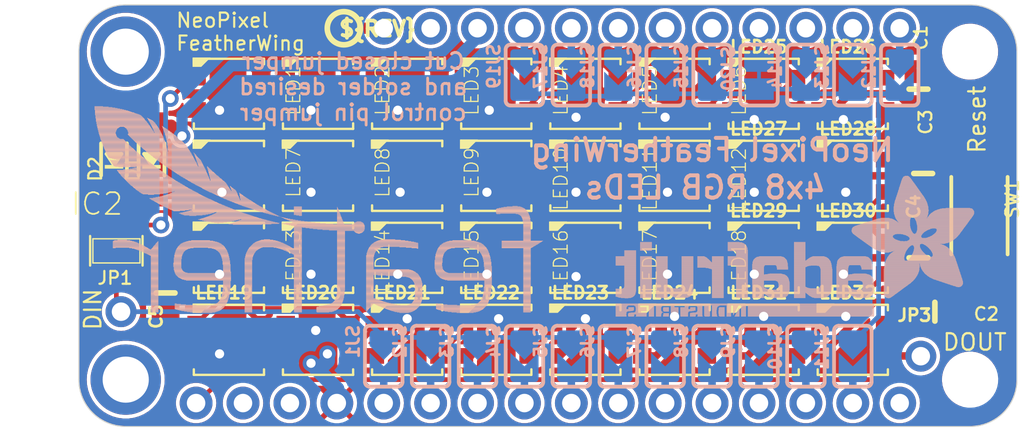
<source format=kicad_pcb>
(kicad_pcb (version 20221018) (generator pcbnew)
  (layers (0 "F.Cu" signal) (31 "B.Cu" signal) (34 "B.Paste" user) (35 "F.Paste" user) (36 "B.SilkS" user "B.Silkscreen") (37 "F.SilkS" user "F.Silkscreen") (38 "B.Mask" user) (39 "F.Mask" user) (44 "Edge.Cuts" user))
  (net 0 "")
  (net 1 "N$4")
  (net 2 "N$6")
  (net 3 "N$7")
  (net 4 "N$8")
  (net 5 "N$9")
  (net 6 "N$10")
  (net 7 "N$11")
  (net 8 "N$12")
  (net 9 "N$13")
  (net 10 "N$14")
  (net 11 "N$15")
  (net 12 "N$18")
  (net 13 "VBAT")
  (net 14 "USB")
  (net 15 "N$3")
  (net 16 "N$5")
  (net 17 "N$19")
  (net 18 "N$20")
  (net 19 "N$21")
  (net 20 "N$23")
  (net 21 "N$24")
  (net 22 "N$25")
  (net 23 "VDD")
  (net 24 "GND")
  (net 25 "N$26")
  (net 26 "N$27")
  (net 27 "N$28")
  (net 28 "N$29")
  (net 29 "N$30")
  (net 30 "N$31")
  (net 31 "N$32")
  (net 32 "N$33")
  (net 33 "N$34")
  (net 34 "N$35")
  (net 35 "N$36")
  (net 36 "N$37")
  (net 37 "N$38")
  (net 38 "N$39")
  (net 39 "N$40")
  (net 40 "N$42")
  (net 41 "D6")
  (net 42 "DIN")
  (net 43 "N$22")
  (net 44 "N$1")
  (net 45 "N$2")
  (net 46 "N$17")
  (net 47 "N$43")
  (net 48 "N$44")
  (net 49 "N$45")
  (net 50 "N$16")
  (net 51 "N$47")
  (net 52 "N$41")
  (net 53 "N$48")
  (net 54 "N$49")
  (net 55 "N$50")
  (net 56 "N$46")
  (net 57 "N$51")
  (net 58 "N$52")
  (net 59 "N$53")
  (footprint "working:LED3535" (layer "F.Cu") (at 155.3591 98.3996)
    (fp_text reference "LED6")
    (fp_text value "WS2812B3535" hide)
  )
  (footprint "working:LED3535" (layer "F.Cu") (at 131.2291 111.7346)
    (fp_text reference "LED19")
    (fp_text value "WS2812B3535")
  )
  (footprint "working:0805-NO" (layer "F.Cu") (at 168.8211 102.7176 90)
    (fp_text reference "C3")
    (fp_text value "10uF")
  )
  (footprint "working:1X01_ROUND" (layer "F.Cu") (at 168.6941 112.6236)
    (fp_text reference "JP3")
    (fp_text value "")
  )
  (footprint "working:LED3535" (layer "F.Cu") (at 165.0111 111.7346)
    (fp_text reference "LED32")
    (fp_text value "WS2812B3535")
  )
  (footprint "working:FIDUCIAL_1MM" (layer "F.Cu") (at 127.9271 111.9886)
    (fp_text reference "FID3" hide)
    (fp_text value "FIDUCIAL\"\"" hide)
  )
  (footprint "working:0805-NO" (layer "F.Cu") (at 169.4561 110.2106)
    (fp_text reference "C2")
    (fp_text value "10uF")
  )
  (footprint "working:LED3535" (layer "F.Cu") (at 165.0111 98.3996)
    (fp_text reference "LED26")
    (fp_text value "WS2812B3535")
  )
  (footprint "working:LED3535" (layer "F.Cu") (at 150.5331 111.7346)
    (fp_text reference "LED23")
    (fp_text value "WS2812B3535")
  )
  (footprint "working:LED3535" (layer "F.Cu") (at 136.0551 102.8446)
    (fp_text reference "LED8")
    (fp_text value "WS2812B3535" hide)
  )
  (footprint "working:LED3535" (layer "F.Cu") (at 140.8811 102.8446)
    (fp_text reference "LED9")
    (fp_text value "WS2812B3535" hide)
  )
  (footprint "working:LED3535" (layer "F.Cu") (at 155.3591 102.8446)
    (fp_text reference "LED12")
    (fp_text value "WS2812B3535" hide)
  )
  (footprint "working:LED3535" (layer "F.Cu") (at 150.5331 102.8446)
    (fp_text reference "LED11")
    (fp_text value "WS2812B3535" hide)
  )
  (footprint "working:LED3535" (layer "F.Cu") (at 165.0111 102.8446)
    (fp_text reference "LED28")
    (fp_text value "WS2812B3535")
  )
  (footprint "working:LED3535" (layer "F.Cu") (at 136.0551 98.3996)
    (fp_text reference "LED2")
    (fp_text value "WS2812B3535" hide)
  )
  (footprint "working:1X01_ROUND" (layer "F.Cu") (at 125.3871 110.2106)
    (fp_text reference "JP1")
    (fp_text value "")
  )
  (footprint "working:PCBFEAT-REV-040" (layer "F.Cu") (at 137.4521 94.8436)
    (fp_text reference "U$2" hide)
    (fp_text value "" hide)
  )
  (footprint "working:LED3535" (layer "F.Cu") (at 160.1851 111.7346)
    (fp_text reference "LED31")
    (fp_text value "WS2812B3535")
  )
  (footprint "working:0805-NO" (layer "F.Cu") (at 168.5671 98.1456 90)
    (fp_text reference "C1")
    (fp_text value "10uF")
  )
  (footprint "working:LED3535" (layer "F.Cu") (at 160.1851 98.3996)
    (fp_text reference "LED25")
    (fp_text value "WS2812B3535")
  )
  (footprint "working:LED3535" (layer "F.Cu") (at 155.3591 107.2896)
    (fp_text reference "LED18")
    (fp_text value "WS2812B3535" hide)
  )
  (footprint "working:LED3535" (layer "F.Cu") (at 140.8811 111.7346)
    (fp_text reference "LED21")
    (fp_text value "WS2812B3535")
  )
  (footprint "working:LED3535" (layer "F.Cu") (at 150.5331 98.3996)
    (fp_text reference "LED5")
    (fp_text value "WS2812B3535" hide)
  )
  (footprint "working:LED3535" (layer "F.Cu") (at 155.3591 111.7346)
    (fp_text reference "LED24")
    (fp_text value "WS2812B3535")
  )
  (footprint "working:LED3535" (layer "F.Cu") (at 136.0551 111.7346)
    (fp_text reference "LED20")
    (fp_text value "WS2812B3535")
  )
  (footprint "working:LED3535" (layer "F.Cu") (at 145.7071 107.2896)
    (fp_text reference "LED16")
    (fp_text value "WS2812B3535" hide)
  )
  (footprint "working:LED3535" (layer "F.Cu") (at 160.1851 107.2896)
    (fp_text reference "LED29")
    (fp_text value "WS2812B3535")
  )
  (footprint "working:SOD-123" (layer "F.Cu") (at 127.0381 101.9556 90)
    (fp_text reference "D1")
    (fp_text value "MBR120")
  )
  (footprint "working:SOT23-5" (layer "F.Cu") (at 125.1331 106.9086)
    (fp_text reference "IC2")
    (fp_text value "74AHCT1G125DBV")
  )
  (footprint "working:SOD-123" (layer "F.Cu") (at 125.0061 101.9556 90)
    (fp_text reference "D2")
    (fp_text value "MBR120")
  )
  (footprint "working:LED3535" (layer "F.Cu") (at 131.2291 98.3996)
    (fp_text reference "LED1")
    (fp_text value "WS2812B3535" hide)
  )
  (footprint "working:0805-NO" (layer "F.Cu") (at 168.5671 107.2896 90)
    (fp_text reference "C4")
    (fp_text value "10uF")
  )
  (footprint "working:LED3535" (layer "F.Cu") (at 145.7071 98.3996)
    (fp_text reference "LED4")
    (fp_text value "WS2812B3535" hide)
  )
  (footprint "working:LED3535" (layer "F.Cu") (at 136.0551 107.2896)
    (fp_text reference "LED14")
    (fp_text value "WS2812B3535" hide)
  )
  (footprint "working:LED3535" (layer "F.Cu") (at 160.1851 102.8446)
    (fp_text reference "LED27")
    (fp_text value "WS2812B3535")
  )
  (footprint "working:LED3535" (layer "F.Cu") (at 131.2291 107.2896)
    (fp_text reference "LED13")
    (fp_text value "WS2812B3535" hide)
  )
  (footprint "working:LED3535" (layer "F.Cu") (at 145.7071 102.8446)
    (fp_text reference "LED10")
    (fp_text value "WS2812B3535" hide)
  )
  (footprint "working:0805-NO" (layer "F.Cu") (at 127.8001 109.1946 -90)
    (fp_text reference "C5")
    (fp_text value "10uF")
  )
  (footprint "working:LED3535" (layer "F.Cu") (at 140.8811 107.2896)
    (fp_text reference "LED15")
    (fp_text value "WS2812B3535" hide)
  )
  (footprint "working:LED3535" (layer "F.Cu") (at 150.5331 107.2896)
    (fp_text reference "LED17")
    (fp_text value "WS2812B3535" hide)
  )
  (footprint "working:FIDUCIAL_1MM" (layer "F.Cu") (at 169.4561 94.5896)
    (fp_text reference "FID1" hide)
    (fp_text value "FIDUCIAL\"\"" hide)
  )
  (footprint "working:LED3535" (layer "F.Cu") (at 165.0111 107.2896)
    (fp_text reference "LED30")
    (fp_text value "WS2812B3535")
  )
  (footprint "working:BTN_KMR2_4.6X2.8" (layer "F.Cu") (at 171.8691 105.0036 -90)
    (fp_text reference "SW1")
    (fp_text value "KMR2")
  )
  (footprint "working:LED3535" (layer "F.Cu") (at 140.8811 98.3996)
    (fp_text reference "LED3")
    (fp_text value "WS2812B3535" hide)
  )
  (footprint "working:LED3535" (layer "F.Cu") (at 145.7071 111.7346)
    (fp_text reference "LED22")
    (fp_text value "WS2812B3535")
  )
  (footprint "working:FEATHERWING" (layer "F.Cu") (at 123.1011 116.4336)
    (fp_text reference "MS1" hide)
    (fp_text value "FEATHERWING" hide)
    (fp_line (start 0 -20.32) (end 0 -2.54) (stroke (width 0.05)) (layer "Edge.Cuts"))
    (fp_line (start 2.54 0) (end 48.26 0) (stroke (width 0.05)) (layer "Edge.Cuts"))
    (fp_line (start 48.26 -22.86) (end 2.54 -22.86) (stroke (width 0.05)) (layer "Edge.Cuts"))
    (fp_line (start 50.8 -2.54) (end 50.8 -20.32) (stroke (width 0.05)) (layer "Edge.Cuts"))
    (fp_arc (start 0 -20.32) (mid 0.743949 -22.116051) (end 2.54 -22.86) (stroke (width 0.05)) (layer "Edge.Cuts"))
    (fp_arc (start 2.54 0) (mid 0.743949 -0.743949) (end 0 -2.54) (stroke (width 0.05)) (layer "Edge.Cuts"))
    (fp_arc (start 48.26 -22.86) (mid 50.056051 -22.116051) (end 50.8 -20.32) (stroke (width 0.05)) (layer "Edge.Cuts"))
    (fp_arc (start 50.8 -2.54) (mid 50.056051 -0.743949) (end 48.26 0) (stroke (width 0.05)) (layer "Edge.Cuts"))
  )
  (footprint "working:LED3535" (layer "F.Cu") (at 131.2291 102.8446)
    (fp_text reference "LED7")
    (fp_text value "WS2812B3535" hide)
  )
  (footprint "working:SOLDERJUMPER_ARROW_NOPASTE" (layer "B.Cu") (at 162.4711 112.6236 -90)
    (fp_text reference "SJ10")
    (fp_text value "")
  )
  (footprint "working:SOLDERJUMPER_ARROW_NOPASTE" (layer "B.Cu") (at 154.8511 112.6236 -90)
    (fp_text reference "SJ7")
    (fp_text value "")
  )
  (footprint "working:SOLDERJUMPER_ARROW_NOPASTE" (layer "B.Cu") (at 142.1511 112.6236 -90)
    (fp_text reference "SJ2")
    (fp_text value "")
  )
  (footprint "working:SOLDERJUMPER_ARROW_NOPASTE" (layer "B.Cu") (at 152.3111 97.3836 -90)
    (fp_text reference "SJ18")
    (fp_text value "")
  )
  (footprint "working:SOLDERJUMPER_ARROW_NOPASTE" (layer "B.Cu") (at 165.0111 112.6236 -90)
    (fp_text reference "SJ11")
    (fp_text value "")
  )
  (footprint "working:SOLDERJUMPER_ARROW_NOPASTE" (layer "B.Cu") (at 147.2311 97.3836 -90)
    (fp_text reference "SJ19")
    (fp_text value "")
  )
  (footprint "working:SOLDERJUMPER_ARROW_NOPASTE" (layer "B.Cu") (at 159.9311 112.6236 -90)
    (fp_text reference "SJ9")
    (fp_text value "")
  )
  (footprint "working:SOLDERJUMPER_ARROW_NOPASTE" (layer "B.Cu") (at 139.6111 112.6236 -90)
    (fp_text reference "SJ1")
    (fp_text value "")
  )
  (footprint "working:SOLDERJUMPER_ARROW_NOPASTE" (layer "B.Cu") (at 149.7711 112.6236 -90)
    (fp_text reference "SJ5")
    (fp_text value "")
  )
  (footprint "working:ADAFRUIT_TEXT_20MM" (layer "B.Cu") (at 171.7421 110.4646 180)
    (fp_text reference "U$4" hide)
    (fp_text value "" hide)
  )
  (footprint "working:SOLDERJUMPER_ARROW_NOPASTE" (layer "B.Cu") (at 154.8511 97.3836 -90)
    (fp_text reference "SJ16")
    (fp_text value "")
  )
  (footprint "working:SOLDERJUMPER_ARROW_NOPASTE" (layer "B.Cu") (at 167.5511 97.3836 -90)
    (fp_text reference "SJ12")
    (fp_text value "")
  )
  (footprint "working:SOLDERJUMPER_ARROW_NOPASTE" (layer "B.Cu") (at 144.6911 112.6236 -90)
    (fp_text reference "SJ3")
    (fp_text value "")
  )
  (footprint "working:FEATHERLOGO" (layer "B.Cu") (at 148.2471 110.3376 180)
    (fp_text reference "U$3" hide)
    (fp_text value "" hide)
  )
  (footprint "working:SOLDERJUMPER_ARROW_NOPASTE" (layer "B.Cu") (at 149.7711 97.3836 -90)
    (fp_text reference "SJ17")
    (fp_text value "")
  )
  (footprint "working:SOLDERJUMPER_ARROW_NOPASTE" (layer "B.Cu") (at 157.3911 112.6236 -90)
    (fp_text reference "SJ8")
    (fp_text value "")
  )
  (footprint "working:SOLDERJUMPER_CLOSEDWIRE" (layer "B.Cu") (at 159.9311 97.3836 -90)
    (fp_text reference "SJ20")
    (fp_text value "")
  )
  (footprint "working:SOLDERJUMPER_ARROW_NOPASTE" (layer "B.Cu") (at 162.4711 97.3836 -90)
    (fp_text reference "SJ14")
    (fp_text value "")
  )
  (footprint "working:SOLDERJUMPER_ARROW_NOPASTE" (layer "B.Cu") (at 147.2311 112.6236 -90)
    (fp_text reference "SJ4")
    (fp_text value "")
  )
  (footprint "working:SOLDERJUMPER_ARROW_NOPASTE" (layer "B.Cu") (at 157.3911 97.3836 -90)
    (fp_text reference "SJ15")
    (fp_text value "")
  )
  (footprint "working:SOLDERJUMPER_ARROW_NOPASTE" (layer "B.Cu") (at 152.3111 112.6236 -90)
    (fp_text reference "SJ6")
    (fp_text value "")
  )
  (footprint "working:SOLDERJUMPER_ARROW_NOPASTE" (layer "B.Cu") (at 165.0111 97.3836 -90)
    (fp_text reference "SJ13")
    (fp_text value "")
  )
  (gr_arc (start 173.9011 113.8936) (mid 173.157151 115.689651) (end 171.3611 116.4336) (stroke (width 0.05)) (layer "Edge.Cuts"))
  (gr_arc (start 125.6411 116.4336) (mid 123.845049 115.689651) (end 123.1011 113.8936) (stroke (width 0.05)) (layer "Edge.Cuts"))
  (gr_line (start 171.3611 116.4336) (end 125.6411 116.4336) (stroke (width 0.05)) (layer "Edge.Cuts"))
  (gr_line (start 125.6411 93.5736) (end 171.3611 93.5736) (stroke (width 0.05)) (layer "Edge.Cuts"))
  (gr_line (start 123.1011 113.8936) (end 123.1011 96.1136) (stroke (width 0.05)) (layer "Edge.Cuts"))
  (gr_arc (start 123.1011 96.1136) (mid 123.845049 94.317549) (end 125.6411 93.5736) (stroke (width 0.05)) (layer "Edge.Cuts"))
  (gr_arc (start 171.3611 93.5736) (mid 173.157151 94.317549) (end 173.9011 96.1136) (stroke (width 0.05)) (layer "Edge.Cuts"))
  (gr_line (start 173.9011 96.1136) (end 173.9011 113.8936) (stroke (width 0.05)) (layer "Edge.Cuts"))
  (gr_text "Cut closed jumper\nand solder desired\ncontrol pin jumper" (at 137.9601 98.0186) (layer "B.SilkS") (effects (font (size 0.8636 0.8636) (thickness 0.1524)) (justify mirror)))
  (gr_text "4x8 RGB LEDs" (at 157.0101 103.4796) (layer "B.SilkS") (effects (font (size 1.20904 1.20904) (thickness 0.21336)) (justify mirror)))
  (gr_text "NeoPixel FeatherWing" (at 157.3911 101.4476) (layer "B.SilkS") (effects (font (size 1.20904 1.20904) (thickness 0.21336)) (justify mirror)))
  (gr_text "NeoPixel\nFeatherWing" (at 128.3081 96.1136) (layer "F.SilkS") (effects (font (size 0.77343 0.77343) (thickness 0.11557)) (justify left bottom)))
  (gr_text "Reset" (at 171.7421 99.7966 90) (layer "F.SilkS") (effects (font (size 0.89408 0.89408) (thickness 0.12192))))
  (gr_text "DOUT" (at 171.6151 111.8616) (layer "F.SilkS") (effects (font (size 0.89408 0.89408) (thickness 0.12192))))
  (gr_text "DIN" (at 123.8631 110.0836 90) (layer "F.SilkS") (effects (font (size 0.89408 0.89408) (thickness 0.12192))))
  (segment (start 165.0111 115.1636) (end 165.0111 113.6396) (width 0.4064) (layer "B.Cu") (net 1))
  (segment (start 162.4711 115.1636) (end 162.4711 113.6396) (width 0.4064) (layer "B.Cu") (net 2))
  (segment (start 159.9311 115.1636) (end 159.9311 113.6396) (width 0.4064) (layer "B.Cu") (net 3))
  (segment (start 157.3911 115.1636) (end 157.3911 113.6396) (width 0.4064) (layer "B.Cu") (net 4))
  (segment (start 154.8511 115.1636) (end 154.8511 113.6396) (width 0.4064) (layer "B.Cu") (net 5))
  (segment (start 152.3111 115.1636) (end 152.3111 113.6396) (width 0.4064) (layer "B.Cu") (net 6))
  (segment (start 149.7711 115.1636) (end 149.7711 113.6396) (width 0.4064) (layer "B.Cu") (net 7))
  (segment (start 147.2311 115.1636) (end 147.2311 113.6396) (width 0.4064) (layer "B.Cu") (net 8))
  (segment (start 144.6911 115.1636) (end 144.6911 113.6396) (width 0.4064) (layer "B.Cu") (net 9))
  (segment (start 142.1511 115.1636) (end 142.1511 113.6396) (width 0.4064) (layer "B.Cu") (net 10))
  (segment (start 139.6111 115.1636) (end 139.6111 113.6396) (width 0.4064) (layer "B.Cu") (net 11))
  (segment (start 173.1391 114.5286) (end 173.1391 109.4486) (width 0.254) (layer "F.Cu") (net 12))
  (segment (start 170.4721 106.4006) (end 171.0691 107.0536) (width 0.254) (layer "F.Cu") (net 12))
  (segment (start 170.4721 103.5506) (end 170.4721 106.4006) (width 0.254) (layer "F.Cu") (net 12))
  (segment (start 129.4511 115.1636) (end 130.8481 113.8936) (width 0.254) (layer "F.Cu") (net 12))
  (segment (start 170.3451 115.7986) (end 171.8691 115.7986) (width 0.254) (layer "F.Cu") (net 12))
  (segment (start 168.4401 113.8936) (end 170.3451 115.7986) (width 0.254) (layer "F.Cu") (net 12))
  (segment (start 171.0691 107.3786) (end 171.0691 107.0536) (width 0.254) (layer "F.Cu") (net 12))
  (segment (start 171.8691 115.7986) (end 173.1391 114.5286) (width 0.254) (layer "F.Cu") (net 12))
  (segment (start 173.1391 109.4486) (end 171.0691 107.3786) (width 0.254) (layer "F.Cu") (net 12))
  (segment (start 130.8481 113.8936) (end 168.4401 113.8936) (width 0.254) (layer "F.Cu") (net 12))
  (segment (start 171.0691 102.9536) (end 170.4721 103.5506) (width 0.254) (layer "F.Cu") (net 12))
  (segment (start 128.1811 97.1296) (end 126.6571 98.6536) (width 0.6096) (layer "F.Cu") (net 13))
  (segment (start 126.6571 98.6536) (end 125.1331 98.6536) (width 0.6096) (layer "F.Cu") (net 13))
  (segment (start 125.1331 98.6536) (end 125.0061 98.7806) (width 0.6096) (layer "F.Cu") (net 13))
  (segment (start 125.0061 98.7806) (end 125.0061 100.1056) (width 0.6096) (layer "F.Cu") (net 13))
  (segment (start 129.3241 94.8436) (end 128.1811 95.9866) (width 0.6096) (layer "F.Cu") (net 13))
  (segment (start 128.1811 95.9866) (end 128.1811 97.1296) (width 0.6096) (layer "F.Cu") (net 13))
  (segment (start 139.6111 94.8436) (end 129.3241 94.8436) (width 0.6096) (layer "F.Cu") (net 13))
  (segment (start 128.1091 100.1056) (end 127.0381 100.1056) (width 0.6096) (layer "F.Cu") (net 14))
  (segment (start 128.6891 100.6856) (end 128.1091 100.1056) (width 0.6096) (layer "F.Cu") (net 14))
  (via (at 128.6891 100.6856) (size 0.9064) (drill 0.5) (layers "F.Cu" "B.Cu") (net 14))
  (segment (start 128.6891 99.5426) (end 128.6891 100.6856) (width 0.6096) (layer "B.Cu") (net 14))
  (segment (start 131.3561 96.8756) (end 128.6891 99.5426) (width 0.6096) (layer "B.Cu") (net 14))
  (segment (start 144.6911 95.3516) (end 143.1671 96.8756) (width 0.6096) (layer "B.Cu") (net 14))
  (segment (start 144.6911 94.8436) (end 144.6911 95.3516) (width 0.6096) (layer "B.Cu") (net 14))
  (segment (start 143.1671 96.8756) (end 131.3561 96.8756) (width 0.6096) (layer "B.Cu") (net 14))
  (segment (start 147.2311 94.8436) (end 147.2311 96.3676) (width 0.4064) (layer "B.Cu") (net 15))
  (segment (start 149.7711 94.8436) (end 149.7711 96.3676) (width 0.4064) (layer "B.Cu") (net 16))
  (segment (start 152.3111 94.8436) (end 152.3111 96.3676) (width 0.4064) (layer "B.Cu") (net 17))
  (segment (start 154.8511 94.8436) (end 154.8511 96.3676) (width 0.4064) (layer "B.Cu") (net 18))
  (segment (start 157.3911 94.8436) (end 157.3911 96.3676) (width 0.4064) (layer "B.Cu") (net 19))
  (segment (start 162.4711 94.8436) (end 162.4711 96.3676) (width 0.4064) (layer "B.Cu") (net 20))
  (segment (start 165.0111 94.8436) (end 165.0111 96.3676) (width 0.4064) (layer "B.Cu") (net 21))
  (segment (start 167.5511 94.8436) (end 167.5511 96.3676) (width 0.4064) (layer "B.Cu") (net 22))
  (segment (start 139.1451 99.2886) (end 140.3731 99.2886) (width 0.4064) (layer "F.Cu") (net 23))
  (segment (start 165.5191 102.8446) (end 164.6301 103.7336) (width 0.4064) (layer "F.Cu") (net 23))
  (segment (start 124.1831 105.6086) (end 124.1831 104.6946) (width 0.6096) (layer "F.Cu") (net 23))
  (segment (start 165.3921 107.2896) (end 164.5031 108.1786) (width 0.4064) (layer "F.Cu") (net 23))
  (segment (start 129.5921 112.4966) (end 130.7211 112.4966) (width 0.4064) (layer "F.Cu") (net 23))
  (segment (start 149.1501 112.6096) (end 150.5331 111.2266) (width 0.4064) (layer "F.Cu") (net 23))
  (segment (start 145.8341 111.0996) (end 145.8341 110.5916) (width 0.4064) (layer "F.Cu") (net 23))
  (segment (start 144.3241 112.6096) (end 145.8341 111.0996) (width 0.4064) (layer "F.Cu") (net 23))
  (segment (start 153.6091 103.7196) (end 153.6231 103.7336) (width 0.4064) (layer "F.Cu") (net 23))
  (segment (start 164.7571 111.1136) (end 163.2611 112.6096) (width 0.4064) (layer "F.Cu") (net 23))
  (segment (start 129.4931 103.7336) (end 130.8481 103.7336) (width 0.4064) (layer "F.Cu") (net 23))
  (segment (start 134.7001 99.2886) (end 135.6741 99.2886) (width 0.4064) (layer "F.Cu") (net 23))
  (segment (start 134.3051 99.2746) (end 134.7001 99.2886) (width 0.4064) (layer "F.Cu") (net 23))
  (segment (start 139.4981 112.6096) (end 140.8811 111.2266) (width 0.4064) (layer "F.Cu") (net 23))
  (segment (start 148.7831 112.6096) (end 149.1501 112.6096) (width 0.4064) (layer "F.Cu") (net 23))
  (segment (start 163.2611 99.2746) (end 163.9811 99.2746) (width 0.4064) (layer "F.Cu") (net 23))
  (segment (start 153.6231 108.1786) (end 154.9781 108.1786) (width 0.4064) (layer "F.Cu") (net 23))
  (segment (start 139.1451 108.1786) (end 140.3731 108.1786) (width 0.4064) (layer "F.Cu") (net 23))
  (segment (start 167.5511 109.7026) (end 166.1541 109.7026) (width 0.4064) (layer "F.Cu") (net 23))
  (segment (start 158.4351 108.1646) (end 158.4491 108.1786) (width 0.4064) (layer "F.Cu") (net 23))
  (segment (start 143.9711 99.2886) (end 145.3261 99.2886) (width 0.4064) (layer "F.Cu") (net 23))
  (segment (start 154.4561 99.2746) (end 154.8511 99.6696) (width 0.4064) (layer "F.Cu") (net 23))
  (segment (start 168.5671 108.2396) (end 168.3741 108.2396) (width 0.4064) (layer "F.Cu") (net 23))
  (segment (start 163.2751 108.1786) (end 164.5031 108.1786) (width 0.4064) (layer "F.Cu") (net 23))
  (segment (start 165.2651 110.5916) (end 165.1381 110.4646) (width 0.4064) (layer "F.Cu") (net 23))
  (segment (start 139.1311 99.2746) (end 139.1451 99.2886) (width 0.4064) (layer "F.Cu") (net 23))
  (segment (start 158.4351 112.6096) (end 159.3101 112.6096) (width 0.4064) (layer "F.Cu") (net 23))
  (segment (start 165.1381 110.4646) (end 164.6301 110.4646) (width 0.4064) (layer "F.Cu") (net 23))
  (segment (start 158.4351 99.2746) (end 159.1551 99.2746) (width 0.4064) (layer "F.Cu") (net 23))
  (segment (start 168.0591 110.2106) (end 167.5511 109.7026) (width 0.4064) (layer "F.Cu") (net 23))
  (segment (start 143.9711 103.7336) (end 145.1991 103.7336) (width 0.4064) (layer "F.Cu") (net 23))
  (segment (start 129.4791 103.7196) (end 129.4931 103.7336) (width 0.4064) (layer "F.Cu") (net 23))
  (segment (start 139.1451 103.7336) (end 140.5001 103.7336) (width 0.4064) (layer "F.Cu") (net 23))
  (segment (start 158.4491 108.1786) (end 159.6771 108.1786) (width 0.4064) (layer "F.Cu") (net 23))
  (segment (start 143.9571 108.1646) (end 143.9711 108.1786) (width 0.4064) (layer "F.Cu") (net 23))
  (segment (start 143.9711 108.1786) (end 145.1991 108.1786) (width 0.4064) (layer "F.Cu") (net 23))
  (segment (start 168.3741 108.2396) (end 167.4241 107.2896) (width 0.4064) (layer "F.Cu") (net 23))
  (segment (start 124.1831 104.6946) (end 125.0061 103.8056) (width 0.6096) (layer "F.Cu") (net 23))
  (segment (start 166.1541 109.7026) (end 165.2651 110.5916) (width 0.4064) (layer "F.Cu") (net 23))
  (segment (start 164.7571 111.0996) (end 164.7571 111.1136) (width 0.4064) (layer "F.Cu") (net 23))
  (segment (start 143.9571 103.7196) (end 143.9711 103.7336) (width 0.4064) (layer "F.Cu") (net 23))
  (segment (start 167.4241 102.8446) (end 165.5191 102.8446) (width 0.4064) (layer "F.Cu") (net 23))
  (segment (start 129.4791 99.2746) (end 129.4931 99.2886) (width 0.4064) (layer "F.Cu") (net 23))
  (segment (start 129.4931 99.2886) (end 130.7211 99.2886) (width 0.4064) (layer "F.Cu") (net 23))
  (segment (start 148.7831 103.7196) (end 148.7971 103.7336) (width 0.4064) (layer "F.Cu") (net 23))
  (segment (start 153.6091 108.1646) (end 153.6231 108.1786) (width 0.4064) (layer "F.Cu") (net 23))
  (segment (start 153.6091 99.2746) (end 154.4561 99.2746) (width 0.4064) (layer "F.Cu") (net 23))
  (segment (start 139.1311 112.6096) (end 139.4981 112.6096) (width 0.4064) (layer "F.Cu") (net 23))
  (segment (start 153.6231 103.7336) (end 154.9781 103.7336) (width 0.4064) (layer "F.Cu") (net 23))
  (segment (start 158.4351 103.7196) (end 158.4491 103.7336) (width 0.4064) (layer "F.Cu") (net 23))
  (segment (start 167.4241 98.3996) (end 164.8561 98.3996) (width 0.4064) (layer "F.Cu") (net 23))
  (segment (start 134.3051 103.7196) (end 134.3191 103.7336) (width 0.4064) (layer "F.Cu") (net 23))
  (segment (start 140.8811 111.2266) (end 140.8811 110.5916) (width 0.4064) (layer "F.Cu") (net 23))
  (segment (start 148.7831 108.1646) (end 148.7971 108.3056) (width 0.4064) (layer "F.Cu") (net 23))
  (segment (start 139.1311 103.7196) (end 139.1451 103.7336) (width 0.4064) (layer "F.Cu") (net 23))
  (segment (start 134.3051 112.6096) (end 134.5451 112.4826) (width 0.4064) (layer "F.Cu") (net 23))
  (segment (start 168.2471 103.6676) (end 167.4241 102.8446) (width 0.4064) (layer "F.Cu") (net 23))
  (segment (start 148.7971 99.2886) (end 150.0251 99.6696) (width 0.4064) (layer "F.Cu") (net 23))
  (segment (start 143.9571 112.6096) (end 144.3241 112.6096) (width 0.4064) (layer "F.Cu") (net 23))
  (segment (start 139.1311 108.1646) (end 139.1451 108.1786) (width 0.4064) (layer "F.Cu") (net 23))
  (segment (start 168.5671 99.0956) (end 168.1201 99.0956) (width 0.4064) (layer "F.Cu") (net 23))
  (segment (start 127.8001 108.2446) (end 127.8801 108.1646) (width 0.6096) (layer "F.Cu") (net 23))
  (segment (start 168.1201 99.0956) (end 167.4241 98.3996) (width 0.4064) (layer "F.Cu") (net 23))
  (segment (start 125.0061 103.8056) (end 127.0381 103.8056) (width 0.6096) (layer "F.Cu") (net 23))
  (segment (start 134.3051 108.1646) (end 135.0811 108.1786) (width 0.4064) (layer "F.Cu") (net 23))
  (segment (start 158.4491 103.7336) (end 159.6771 103.7336) (width 0.4064) (layer "F.Cu") (net 23))
  (segment (start 129.4791 108.1646) (end 129.4931 108.1786) (width 0.4064) (layer "F.Cu") (net 23))
  (segment (start 129.4791 103.7196) (end 129.4791 103.8056) (width 0.6096) (layer "F.Cu") (net 23))
  (segment (start 127.8801 108.1646) (end 129.4791 108.1646) (width 0.6096) (layer "F.Cu") (net 23))
  (segment (start 167.4241 107.2896) (end 165.3921 107.2896) (width 0.4064) (layer "F.Cu") (net 23))
  (segment (start 134.5451 112.4826) (end 135.9281 111.2266) (width 0.4064) (layer "F.Cu") (net 23))
  (segment (start 168.8211 103.6676) (end 168.2471 103.6676) (width 0.4064) (layer "F.Cu") (net 23))
  (segment (start 129.4791 103.8056) (end 127.0381 103.8056) (width 0.6096) (layer "F.Cu") (net 23))
  (segment (start 155.3591 111.6076) (end 155.3591 110.4646) (width 0.4064) (layer "F.Cu") (net 23))
  (segment (start 153.6091 112.6096) (end 154.3571 112.6096) (width 0.4064) (layer "F.Cu") (net 23))
  (segment (start 159.1551 99.2746) (end 159.6771 99.7966) (width 0.4064) (layer "F.Cu") (net 23))
  (segment (start 148.7971 108.3056) (end 150.0251 108.3056) (width 0.4064) (layer "F.Cu") (net 23))
  (segment (start 160.1851 111.7346) (end 160.1851 110.4646) (width 0.4064) (layer "F.Cu") (net 23))
  (segment (start 165.2651 110.5916) (end 164.7571 111.0996) (width 0.4064) (layer "F.Cu") (net 23))
  (segment (start 154.3571 112.6096) (end 155.3591 111.6076) (width 0.4064) (layer "F.Cu") (net 23))
  (segment (start 148.7971 103.7336) (end 150.0251 103.7336) (width 0.4064) (layer "F.Cu") (net 23))
  (segment (start 148.7831 99.2746) (end 148.7971 99.2886) (width 0.4064) (layer "F.Cu") (net 23))
  (segment (start 129.4931 108.1786) (end 130.7211 108.1786) (width 0.4064) (layer "F.Cu") (net 23))
  (segment (start 168.5061 110.2106) (end 168.0591 110.2106) (width 0.4064) (layer "F.Cu") (net 23))
  (segment (start 143.9571 99.2746) (end 143.9711 99.2886) (width 0.4064) (layer "F.Cu") (net 23))
  (segment (start 129.4791 112.6096) (end 129.5921 112.4966) (width 0.4064) (layer "F.Cu") (net 23))
  (segment (start 163.2611 108.1646) (end 163.2751 108.1786) (width 0.4064) (layer "F.Cu") (net 23))
  (segment (start 150.5331 111.2266) (end 150.5331 110.5916) (width 0.4064) (layer "F.Cu") (net 23))
  (segment (start 159.3101 112.6096) (end 160.1851 111.7346) (width 0.4064) (layer "F.Cu") (net 23))
  (segment (start 134.3191 103.7336) (end 135.6741 103.7336) (width 0.4064) (layer "F.Cu") (net 23))
  (segment (start 164.8561 98.3996) (end 163.9811 99.2746) (width 0.4064) (layer "F.Cu") (net 23))
  (segment (start 135.0811 108.1786) (end 135.6741 108.1786) (width 0.4064) (layer "F.Cu") (net 23))
  (segment (start 163.2751 103.7336) (end 164.6301 103.7336) (width 0.4064) (layer "F.Cu") (net 23))
  (segment (start 163.9811 99.2746) (end 164.5031 99.7966) (width 0.4064) (layer "F.Cu") (net 23))
  (segment (start 163.2611 103.7196) (end 163.2751 103.7336) (width 0.4064) (layer "F.Cu") (net 23))
  (via (at 140.5001 103.7336) (size 0.9064) (drill 0.5) (layers "F.Cu" "B.Cu") (net 23))
  (via (at 130.7211 108.1786) (size 0.9064) (drill 0.5) (layers "F.Cu" "B.Cu") (net 23))
  (via (at 160.1851 110.4646) (size 0.9064) (drill 0.5) (layers "F.Cu" "B.Cu") (net 23))
  (via (at 135.9281 111.2266) (size 0.9064) (drill 0.5) (layers "F.Cu" "B.Cu") (net 23))
  (via (at 140.3731 108.1786) (size 0.9064) (drill 0.5) (layers "F.Cu" "B.Cu") (net 23))
  (via (at 164.6301 103.7336) (size 0.9064) (drill 0.5) (layers "F.Cu" "B.Cu") (net 23))
  (via (at 154.9781 103.7336) (size 0.9064) (drill 0.5) (layers "F.Cu" "B.Cu") (net 23))
  (via (at 130.8481 103.7336) (size 0.9064) (drill 0.5) (layers "F.Cu" "B.Cu") (net 23))
  (via (at 164.5031 108.1786) (size 0.9064) (drill 0.5) (layers "F.Cu" "B.Cu") (net 23))
  (via (at 159.6771 103.7336) (size 0.9064) (drill 0.5) (layers "F.Cu" "B.Cu") (net 23))
  (via (at 145.1991 108.1786) (size 0.9064) (drill 0.5) (layers "F.Cu" "B.Cu") (net 23))
  (via (at 150.0251 108.3056) (size 0.9064) (drill 0.5) (layers "F.Cu" "B.Cu") (net 23))
  (via (at 159.6771 108.1786) (size 0.9064) (drill 0.5) (layers "F.Cu" "B.Cu") (net 23))
  (via (at 140.8811 110.5916) (size 0.9064) (drill 0.5) (layers "F.Cu" "B.Cu") (net 23))
  (via (at 154.8511 99.6696) (size 0.9064) (drill 0.5) (layers "F.Cu" "B.Cu") (net 23))
  (via (at 154.9781 108.1786) (size 0.9064) (drill 0.5) (layers "F.Cu" "B.Cu") (net 23))
  (via (at 140.3731 99.2886) (size 0.9064) (drill 0.5) (layers "F.Cu" "B.Cu") (net 23))
  (via (at 150.0251 103.7336) (size 0.9064) (drill 0.5) (layers "F.Cu" "B.Cu") (net 23))
  (via (at 130.7211 112.4966) (size 0.9064) (drill 0.5) (layers "F.Cu" "B.Cu") (net 23))
  (via (at 145.1991 103.7336) (size 0.9064) (drill 0.5) (layers "F.Cu" "B.Cu") (net 23))
  (via (at 135.6741 108.1786) (size 0.9064) (drill 0.5) (layers "F.Cu" "B.Cu") (net 23))
  (via (at 135.6741 99.2886) (size 0.9064) (drill 0.5) (layers "F.Cu" "B.Cu") (net 23))
  (via (at 145.3261 99.2886) (size 0.9064) (drill 0.5) (layers "F.Cu" "B.Cu") (net 23))
  (via (at 164.5031 99.7966) (size 0.9064) (drill 0.5) (layers "F.Cu" "B.Cu") (net 23))
  (via (at 145.8341 110.5916) (size 0.9064) (drill 0.5) (layers "F.Cu" "B.Cu") (net 23))
  (via (at 130.7211 99.2886) (size 0.9064) (drill 0.5) (layers "F.Cu" "B.Cu") (net 23))
  (via (at 155.3591 110.4646) (size 0.9064) (drill 0.5) (layers "F.Cu" "B.Cu") (net 23))
  (via (at 150.0251 99.6696) (size 0.9064) (drill 0.5) (layers "F.Cu" "B.Cu") (net 23))
  (via (at 135.6741 103.7336) (size 0.9064) (drill 0.5) (layers "F.Cu" "B.Cu") (net 23))
  (via (at 150.5331 110.5916) (size 0.9064) (drill 0.5) (layers "F.Cu" "B.Cu") (net 23))
  (via (at 159.6771 99.7966) (size 0.9064) (drill 0.5) (layers "F.Cu" "B.Cu") (net 23))
  (via (at 164.6301 110.4646) (size 0.9064) (drill 0.5) (layers "F.Cu" "B.Cu") (net 23))
  (segment (start 130.8481 112.6236) (end 130.9751 112.6236) (width 0.4064) (layer "B.Cu") (net 23))
  (segment (start 140.5001 103.7336) (end 140.6271 103.6066) (width 0.4064) (layer "B.Cu") (net 23))
  (segment (start 164.3761 108.9406) (end 163.1061 110.2106) (width 0.4064) (layer "B.Cu") (net 23))
  (segment (start 135.8011 103.6066) (end 135.8011 103.4796) (width 0.4064) (layer "B.Cu") (net 23))
  (segment (start 164.6301 110.4646) (end 164.5031 110.4646) (width 0.4064) (layer "B.Cu") (net 23))
  (segment (start 150.0251 103.7336) (end 150.1521 103.7336) (width 0.4064) (layer "B.Cu") (net 23))
  (segment (start 164.6301 103.7336) (end 164.6301 103.4796) (width 0.4064) (layer "B.Cu") (net 23))
  (segment (start 150.0251 99.6696) (end 149.8981 99.5426) (width 0.4064) (layer "B.Cu") (net 23))
  (segment (start 150.0251 108.3056) (end 150.1521 108.1786) (width 0.4064) (layer "B.Cu") (net 23))
  (segment (start 140.2461 108.0516) (end 140.5001 108.0516) (width 0.4064) (layer "B.Cu") (net 23))
  (segment (start 130.7211 108.1786) (end 130.9751 108.1786) (width 0.4064) (layer "B.Cu") (net 23))
  (segment (start 135.6741 99.2886) (end 135.4201 99.1616) (width 0.4064) (layer "B.Cu") (net 23))
  (segment (start 145.1991 103.7336) (end 145.3261 103.6066) (width 0.4064) (layer "B.Cu") (net 23))
  (segment (start 145.1991 108.1786) (end 145.3261 107.9246) (width 0.4064) (layer "B.Cu") (net 23))
  (segment (start 164.3761 99.9236) (end 164.5031 100.0506) (width 0.4064) (layer "B.Cu") (net 23))
  (segment (start 155.3591 110.4646) (end 155.2321 110.4646) (width 0.4064) (layer "B.Cu") (net 23))
  (segment (start 150.1521 108.1786) (end 150.1521 107.9246) (width 0.4064) (layer "B.Cu") (net 23))
  (segment (start 164.5031 108.1786) (end 164.6301 108.0516) (width 0.4064) (layer "B.Cu") (net 23))
  (segment (start 140.3731 108.1786) (end 140.2461 108.0516) (width 0.4064) (layer "B.Cu") (net 23))
  (segment (start 159.8041 103.6066) (end 159.9311 103.6066) (width 0.4064) (layer "B.Cu") (net 23))
  (segment (start 160.1851 110.4646) (end 160.1851 110.3376) (width 0.4064) (layer "B.Cu") (net 23))
  (segment (start 145.4531 99.1616) (end 145.3261 99.1616) (width 0.4064) (layer "B.Cu") (net 23))
  (segment (start 140.8811 110.5916) (end 140.8811 110.4646) (width 0.4064) (layer "B.Cu") (net 23))
  (segment (start 140.3731 99.2886) (end 140.2461 99.1616) (width 0.4064) (layer "B.Cu") (net 23))
  (segment (start 130.8481 103.7336) (end 131.1021 103.7336) (width 0.4064) (layer "B.Cu") (net 23))
  (segment (start 140.8811 110.4646) (end 140.7541 110.3376) (width 0.4064) (layer "B.Cu") (net 23))
  (segment (start 159.6771 99.7966) (end 159.6771 100.0506) (width 0.4064) (layer "B.Cu") (net 23))
  (segment (start 154.9781 108.1786) (end 155.1051 108.0516) (width 0.4064) (layer "B.Cu") (net 23))
  (segment (start 145.3261 99.2886) (end 145.4531 99.1616) (width 0.4064) (layer "B.Cu") (net 23))
  (segment (start 164.5031 99.7966) (end 164.3761 99.9236) (width 0.4064) (layer "B.Cu") (net 23))
  (segment (start 130.7211 99.2886) (end 130.9751 99.2886) (width 0.4064) (layer "B.Cu") (net 23))
  (segment (start 145.8341 110.5916) (end 145.5801 110.5916) (width 0.4064) (layer "B.Cu") (net 23))
  (segment (start 150.5331 110.5916) (end 150.5331 110.4646) (width 0.4064) (layer "B.Cu") (net 23))
  (segment (start 163.1061 110.2106) (end 160.6931 110.2106) (width 0.4064) (layer "B.Cu") (net 23))
  (segment (start 135.6741 103.7336) (end 135.8011 103.6066) (width 0.4064) (layer "B.Cu") (net 23))
  (segment (start 150.5331 110.4646) (end 150.4061 110.3376) (width 0.4064) (layer "B.Cu") (net 23))
  (segment (start 135.4201 99.1616) (end 135.8011 99.2886) (width 0.4064) (layer "B.Cu") (net 23))
  (segment (start 159.6771 103.7336) (end 159.8041 103.6066) (width 0.4064) (layer "B.Cu") (net 23))
  (segment (start 140.6271 103.6066) (end 140.6271 103.4796) (width 0.4064) (layer "B.Cu") (net 23))
  (segment (start 154.9781 103.7336) (end 154.8511 103.6066) (width 0.4064) (layer "B.Cu") (net 23))
  (segment (start 164.3761 108.1786) (end 164.3761 108.9406) (width 0.4064) (layer "B.Cu") (net 23))
  (segment (start 154.8511 99.6696) (end 154.7241 99.6696) (width 0.4064) (layer "B.Cu") (net 23))
  (segment (start 159.6771 108.1786) (end 159.9311 107.9246) (width 0.4064) (layer "B.Cu") (net 23))
  (segment (start 149.8981 99.5426) (end 150.0251 99.5426) (width 0.4064) (layer "B.Cu") (net 23))
  (segment (start 130.7211 112.4966) (end 130.8481 112.6236) (width 0.4064) (layer "B.Cu") (net 23))
  (segment (start 154.8511 103.6066) (end 154.8511 103.4796) (width 0.4064) (layer "B.Cu") (net 23))
  (segment (start 160.6931 110.2106) (end 160.3121 110.5916) (width 0.4064) (layer "B.Cu") (net 23))
  (via (at 135.6741 113.0046) (size 0.9064) (drill 0.5) (layers "F.Cu" "B.Cu") (net 24))
  (via (at 136.5631 112.4966) (size 0.9064) (drill 0.5) (layers "F.Cu" "B.Cu") (net 24))
  (segment (start 136.5631 112.4966) (end 136.5631 112.8776) (width 0.8128) (layer "B.Cu") (net 24))
  (segment (start 137.0711 114.4016) (end 135.6741 113.0046) (width 0.8128) (layer "B.Cu") (net 24))
  (segment (start 137.0711 115.1636) (end 137.0711 114.4016) (width 0.8128) (layer "B.Cu") (net 24))
  (segment (start 136.5631 112.8776) (end 136.1821 113.2586) (width 0.8128) (layer "B.Cu") (net 24))
  (segment (start 132.9791 99.0626) (end 134.3051 97.7366) (width 0.254) (layer "F.Cu") (net 25))
  (segment (start 132.9791 99.2746) (end 132.9791 99.0626) (width 0.254) (layer "F.Cu") (net 25))
  (segment (start 134.3051 97.7366) (end 134.3051 97.5246) (width 0.254) (layer "F.Cu") (net 25))
  (segment (start 137.8051 99.2746) (end 137.8051 99.1896) (width 0.254) (layer "F.Cu") (net 26))
  (segment (start 137.8051 99.1896) (end 139.1311 97.8636) (width 0.254) (layer "F.Cu") (net 26))
  (segment (start 139.1311 97.8636) (end 139.1311 97.5246) (width 0.254) (layer "F.Cu") (net 26))
  (segment (start 143.9571 97.7366) (end 143.9571 97.5246) (width 0.254) (layer "F.Cu") (net 27))
  (segment (start 142.6311 99.0626) (end 143.9571 97.7366) (width 0.254) (layer "F.Cu") (net 27))
  (segment (start 142.6311 99.2746) (end 142.6311 99.0626) (width 0.254) (layer "F.Cu") (net 27))
  (segment (start 147.4571 99.2746) (end 147.4571 99.0626) (width 0.254) (layer "F.Cu") (net 28))
  (segment (start 147.4571 99.0626) (end 148.7831 97.7366) (width 0.254) (layer "F.Cu") (net 28))
  (segment (start 148.7831 97.7366) (end 148.7831 97.5246) (width 0.254) (layer "F.Cu") (net 28))
  (segment (start 153.6091 97.8636) (end 153.6091 97.5246) (width 0.254) (layer "F.Cu") (net 29))
  (segment (start 152.2831 99.1896) (end 153.6091 97.8636) (width 0.254) (layer "F.Cu") (net 29))
  (segment (start 152.2831 99.2746) (end 152.2831 99.1896) (width 0.254) (layer "F.Cu") (net 29))
  (segment (start 132.9791 103.6346) (end 134.3051 102.3086) (width 0.254) (layer "F.Cu") (net 30))
  (segment (start 132.9791 103.7196) (end 132.9791 103.6346) (width 0.254) (layer "F.Cu") (net 30))
  (segment (start 134.3051 102.3086) (end 134.3051 101.9696) (width 0.254) (layer "F.Cu") (net 30))
  (segment (start 139.1311 102.3086) (end 139.1311 101.9696) (width 0.254) (layer "F.Cu") (net 31))
  (segment (start 137.8051 103.6346) (end 139.1311 102.3086) (width 0.254) (layer "F.Cu") (net 31))
  (segment (start 137.8051 103.7196) (end 137.8051 103.6346) (width 0.254) (layer "F.Cu") (net 31))
  (segment (start 143.9571 102.3086) (end 143.9571 101.9696) (width 0.254) (layer "F.Cu") (net 32))
  (segment (start 142.6311 103.6346) (end 143.9571 102.3086) (width 0.254) (layer "F.Cu") (net 32))
  (segment (start 142.6311 103.7196) (end 142.6311 103.6346) (width 0.254) (layer "F.Cu") (net 32))
  (segment (start 148.7831 102.3086) (end 148.7831 101.9696) (width 0.254) (layer "F.Cu") (net 33))
  (segment (start 147.4571 103.7196) (end 147.4571 103.6346) (width 0.254) (layer "F.Cu") (net 33))
  (segment (start 147.4571 103.6346) (end 148.7831 102.3086) (width 0.254) (layer "F.Cu") (net 33))
  (segment (start 152.2831 103.6346) (end 153.6091 102.3086) (width 0.254) (layer "F.Cu") (net 34))
  (segment (start 152.2831 103.7196) (end 152.2831 103.6346) (width 0.254) (layer "F.Cu") (net 34))
  (segment (start 153.6091 102.3086) (end 153.6091 101.9696) (width 0.254) (layer "F.Cu") (net 34))
  (segment (start 132.9791 108.1646) (end 132.9791 108.0796) (width 0.254) (layer "F.Cu") (net 35))
  (segment (start 132.9791 108.0796) (end 134.3051 106.7536) (width 0.254) (layer "F.Cu") (net 35))
  (segment (start 134.3051 106.7536) (end 134.3051 106.4146) (width 0.254) (layer "F.Cu") (net 35))
  (segment (start 137.8051 107.9526) (end 139.1311 106.6266) (width 0.254) (layer "F.Cu") (net 36))
  (segment (start 137.8051 108.1646) (end 137.8051 107.9526) (width 0.254) (layer "F.Cu") (net 36))
  (segment (start 139.1311 106.6266) (end 139.1311 106.4146) (width 0.254) (layer "F.Cu") (net 36))
  (segment (start 142.6311 107.9526) (end 143.9571 106.6266) (width 0.254) (layer "F.Cu") (net 37))
  (segment (start 143.9571 106.6266) (end 143.9571 106.4146) (width 0.254) (layer "F.Cu") (net 37))
  (segment (start 142.6311 108.1646) (end 142.6311 107.9526) (width 0.254) (layer "F.Cu") (net 37))
  (segment (start 147.4571 107.9526) (end 148.7831 106.6266) (width 0.254) (layer "F.Cu") (net 38))
  (segment (start 147.4571 108.1646) (end 147.4571 107.9526) (width 0.254) (layer "F.Cu") (net 38))
  (segment (start 148.7831 106.6266) (end 148.7831 106.4146) (width 0.254) (layer "F.Cu") (net 38))
  (segment (start 152.2831 108.1646) (end 152.2831 107.9526) (width 0.254) (layer "F.Cu") (net 39))
  (segment (start 153.6091 106.6266) (end 153.6091 106.4146) (width 0.254) (layer "F.Cu") (net 39))
  (segment (start 152.2831 107.9526) (end 153.6091 106.6266) (width 0.254) (layer "F.Cu") (net 39))
  (segment (start 165.9001 100.6856) (end 166.6621 99.9236) (width 0.254) (layer "F.Cu") (net 40))
  (segment (start 129.4791 101.9696) (end 130.7631 100.6856) (width 0.254) (layer "F.Cu") (net 40))
  (segment (start 166.6621 99.3736) (end 166.7611 99.2746) (width 0.254) (layer "F.Cu") (net 40))
  (segment (start 130.7631 100.6856) (end 165.9001 100.6856) (width 0.254) (layer "F.Cu") (net 40))
  (segment (start 166.6621 99.9236) (end 166.6621 99.3736) (width 0.254) (layer "F.Cu") (net 40))
  (segment (start 159.9311 94.8436) (end 159.9311 96.6216) (width 0.4064) (layer "B.Cu") (net 41))
  (segment (start 125.1331 108.1986) (end 125.1331 110.2106) (width 0.254) (layer "F.Cu") (net 42))
  (segment (start 125.1331 110.2106) (end 125.3871 110.2106) (width 0.254) (layer "F.Cu") (net 42))
  (segment (start 149.2631 98.5266) (end 149.3901 98.3996) (width 0.254) (layer "B.Cu") (net 42))
  (segment (start 162.2171 98.1456) (end 159.9311 98.1456) (width 0.254) (layer "B.Cu") (net 42))
  (segment (start 152.3111 111.6076) (end 149.7711 111.6076) (width 0.254) (layer "B.Cu") (net 42))
  (segment (start 149.3901 98.3996) (end 149.7711 98.3996) (width 0.254) (layer "B.Cu") (net 42))
  (segment (start 149.7711 111.6076) (end 147.2311 111.6076) (width 0.254) (layer "B.Cu") (net 42))
  (segment (start 149.7711 98.3996) (end 147.2311 98.3996) (width 0.254) (layer "B.Cu") (net 42))
  (segment (start 144.6911 111.6076) (end 142.1511 111.6076) (width 0.254) (layer "B.Cu") (net 42))
  (segment (start 157.3911 98.3996) (end 154.8511 98.3996) (width 0.254) (layer "B.Cu") (net 42))
  (segment (start 147.2311 111.6076) (end 144.6911 111.6076) (width 0.254) (layer "B.Cu") (net 42))
  (segment (start 152.1841 98.5266) (end 149.2631 98.5266) (width 0.254) (layer "B.Cu") (net 42))
  (segment (start 159.6771 98.3996) (end 157.3911 98.3996) (width 0.254) (layer "B.Cu") (net 42))
  (segment (start 166.4081 110.4646) (end 165.2651 111.6076) (width 0.254) (layer "B.Cu") (net 42))
  (segment (start 165.2651 111.6076) (end 165.0111 111.6076) (width 0.254) (layer "B.Cu") (net 42))
  (segment (start 166.4081 98.3996) (end 166.4081 110.4646) (width 0.254) (layer "B.Cu") (net 42))
  (segment (start 162.4711 98.3996) (end 162.2171 98.1456) (width 0.254) (layer "B.Cu") (net 42))
  (segment (start 165.0111 98.3996) (end 162.4711 98.3996) (width 0.254) (layer "B.Cu") (net 42))
  (segment (start 165.0111 111.6076) (end 162.4711 111.6076) (width 0.254) (layer "B.Cu") (net 42))
  (segment (start 167.5511 98.3996) (end 165.0111 98.3996) (width 0.254) (layer "B.Cu") (net 42))
  (segment (start 142.1511 111.6076) (end 139.6111 111.6076) (width 0.254) (layer "B.Cu") (net 42))
  (segment (start 154.8511 98.3996) (end 152.3111 98.3996) (width 0.254) (layer "B.Cu") (net 42))
  (segment (start 167.5511 98.3996) (end 166.4081 98.3996) (width 0.254) (layer "B.Cu") (net 42))
  (segment (start 125.3871 110.2106) (end 138.2141 110.2106) (width 0.254) (layer "B.Cu") (net 42))
  (segment (start 162.4711 111.6076) (end 159.9311 111.6076) (width 0.254) (layer "B.Cu") (net 42))
  (segment (start 159.9311 98.1456) (end 159.6771 98.3996) (width 0.254) (layer "B.Cu") (net 42))
  (segment (start 138.2141 110.2106) (end 139.6111 111.6076) (width 0.254) (layer "B.Cu") (net 42))
  (segment (start 154.8511 111.6076) (end 152.3111 111.6076) (width 0.254) (layer "B.Cu") (net 42))
  (segment (start 159.9311 111.6076) (end 157.3911 111.6076) (width 0.254) (layer "B.Cu") (net 42))
  (segment (start 157.3911 111.6076) (end 154.8511 111.6076) (width 0.254) (layer "B.Cu") (net 42))
  (segment (start 152.3111 98.3996) (end 152.1841 98.5266) (width 0.254) (layer "B.Cu") (net 42))
  (segment (start 126.0831 105.6086) (end 126.1801 105.5116) (width 0.254) (layer "F.Cu") (net 43))
  (segment (start 129.1831 97.5246) (end 129.4791 97.5246) (width 0.254) (layer "F.Cu") (net 43))
  (segment (start 126.1801 105.5116) (end 127.5461 105.5116) (width 0.254) (layer "F.Cu") (net 43))
  (segment (start 128.0541 98.6536) (end 129.1831 97.5246) (width 0.254) (layer "F.Cu") (net 43))
  (via (at 128.0541 98.6536) (size 0.9064) (drill 0.5) (layers "F.Cu" "B.Cu") (net 43))
  (via (at 127.5461 105.5116) (size 0.9064) (drill 0.5) (layers "F.Cu" "B.Cu") (net 43))
  (segment (start 127.5461 105.5116) (end 127.8001 105.2576) (width 0.254) (layer "B.Cu") (net 43))
  (segment (start 127.8001 98.9076) (end 128.0541 98.6536) (width 0.254) (layer "B.Cu") (net 43))
  (segment (start 127.8001 105.2576) (end 127.8001 98.9076) (width 0.254) (layer "B.Cu") (net 43))
  (segment (start 132.9791 112.6096) (end 132.9791 112.5246) (width 0.254) (layer "F.Cu") (net 44))
  (segment (start 134.3051 111.1986) (end 134.3051 110.8596) (width 0.254) (layer "F.Cu") (net 44))
  (segment (start 132.9791 112.5246) (end 134.3051 111.1986) (width 0.254) (layer "F.Cu") (net 44))
  (segment (start 139.1311 111.0716) (end 139.1311 110.8596) (width 0.254) (layer "F.Cu") (net 45))
  (segment (start 137.8051 112.6096) (end 137.8051 112.3976) (width 0.254) (layer "F.Cu") (net 45))
  (segment (start 137.8051 112.3976) (end 139.1311 111.0716) (width 0.254) (layer "F.Cu") (net 45))
  (segment (start 142.6311 112.6096) (end 142.6311 112.5246) (width 0.254) (layer "F.Cu") (net 46))
  (segment (start 142.6311 112.5246) (end 143.9571 111.1986) (width 0.254) (layer "F.Cu") (net 46))
  (segment (start 143.9571 111.1986) (end 143.9571 110.8596) (width 0.254) (layer "F.Cu") (net 46))
  (segment (start 147.4571 112.5246) (end 148.7831 111.1986) (width 0.254) (layer "F.Cu") (net 47))
  (segment (start 148.7831 111.1986) (end 148.7831 110.8596) (width 0.254) (layer "F.Cu") (net 47))
  (segment (start 147.4571 112.6096) (end 147.4571 112.5246) (width 0.254) (layer "F.Cu") (net 47))
  (segment (start 152.2831 112.6096) (end 152.2831 112.3976) (width 0.254) (layer "F.Cu") (net 48))
  (segment (start 153.6091 111.0716) (end 153.6091 110.8596) (width 0.254) (layer "F.Cu") (net 48))
  (segment (start 152.2831 112.3976) (end 153.6091 111.0716) (width 0.254) (layer "F.Cu") (net 48))
  (segment (start 165.3501 109.5756) (end 166.7611 108.1646) (width 0.254) (layer "F.Cu") (net 49))
  (segment (start 129.4791 110.8596) (end 130.7631 109.5756) (width 0.254) (layer "F.Cu") (net 49))
  (segment (start 130.7631 109.5756) (end 165.3501 109.5756) (width 0.254) (layer "F.Cu") (net 49))
  (segment (start 157.1091 99.1896) (end 158.4351 97.8636) (width 0.254) (layer "F.Cu") (net 50))
  (segment (start 158.4351 97.8636) (end 158.4351 97.5246) (width 0.254) (layer "F.Cu") (net 50))
  (segment (start 157.1091 99.2746) (end 157.1091 99.1896) (width 0.254) (layer "F.Cu") (net 50))
  (segment (start 161.9351 99.0626) (end 163.2611 97.7366) (width 0.254) (layer "F.Cu") (net 51))
  (segment (start 163.2611 97.7366) (end 163.2611 97.5246) (width 0.254) (layer "F.Cu") (net 51))
  (segment (start 161.9351 99.2746) (end 161.9351 99.0626) (width 0.254) (layer "F.Cu") (net 51))
  (segment (start 158.4351 102.1816) (end 158.4351 101.9696) (width 0.254) (layer "F.Cu") (net 52))
  (segment (start 157.1091 103.7196) (end 157.1091 103.5076) (width 0.254) (layer "F.Cu") (net 52))
  (segment (start 157.1091 103.5076) (end 158.4351 102.1816) (width 0.254) (layer "F.Cu") (net 52))
  (segment (start 161.9351 103.7196) (end 161.9351 103.6346) (width 0.254) (layer "F.Cu") (net 53))
  (segment (start 161.9351 103.6346) (end 163.2611 102.3086) (width 0.254) (layer "F.Cu") (net 53))
  (segment (start 163.2611 102.3086) (end 163.2611 101.9696) (width 0.254) (layer "F.Cu") (net 53))
  (segment (start 157.1091 107.9526) (end 158.4351 106.6266) (width 0.254) (layer "F.Cu") (net 54))
  (segment (start 157.1091 108.1646) (end 157.1091 107.9526) (width 0.254) (layer "F.Cu") (net 54))
  (segment (start 158.4351 106.6266) (end 158.4351 106.4146) (width 0.254) (layer "F.Cu") (net 54))
  (segment (start 161.9351 108.1646) (end 161.9351 108.0796) (width 0.254) (layer "F.Cu") (net 55))
  (segment (start 161.9351 108.0796) (end 163.2611 106.7536) (width 0.254) (layer "F.Cu") (net 55))
  (segment (start 163.2611 106.7536) (end 163.2611 106.4146) (width 0.254) (layer "F.Cu") (net 55))
  (segment (start 157.1091 112.6096) (end 157.1091 112.5246) (width 0.254) (layer "F.Cu") (net 56))
  (segment (start 158.4351 111.1986) (end 158.4351 110.8596) (width 0.254) (layer "F.Cu") (net 56))
  (segment (start 157.1091 112.5246) (end 158.4351 111.1986) (width 0.254) (layer "F.Cu") (net 56))
  (segment (start 161.9351 112.5246) (end 163.2611 111.1986) (width 0.254) (layer "F.Cu") (net 57))
  (segment (start 163.2611 111.1986) (end 163.2611 110.8596) (width 0.254) (layer "F.Cu") (net 57))
  (segment (start 161.9351 112.6096) (end 161.9351 112.5246) (width 0.254) (layer "F.Cu") (net 57))
  (segment (start 166.7611 112.6096) (end 168.6801 112.6096) (width 0.4064) (layer "F.Cu") (net 58))
  (segment (start 168.6801 112.6096) (end 168.6941 112.6236) (width 0.4064) (layer "F.Cu") (net 58))
  (segment (start 129.4791 106.4146) (end 130.8901 105.0036) (width 0.254) (layer "F.Cu") (net 59))
  (segment (start 165.4771 105.0036) (end 166.7611 103.7196) (width 0.254) (layer "F.Cu") (net 59))
  (segment (start 130.8901 105.0036) (end 165.4771 105.0036) (width 0.254) (layer "F.Cu") (net 59))
  (zone (net 24) (net_name "GND") (layer "F.Cu") (priority 6) (connect_pads (clearance 0.000001)) (min_thickness 0.127) (fill yes (thermal_gap 0.304) (thermal_bridge_width 0.304))
    (polygon (pts (xy 174.0281 116.5606) (xy 122.9741 116.5606) (xy 122.9741 93.4466) (xy 174.0281 93.4466)))
  )
  (zone (net 23) (net_name "VDD") (layer "B.Cu") (priority 6) (connect_pads (clearance 0.000001)) (min_thickness 0.127) (fill yes (thermal_gap 0.304) (thermal_bridge_width 0.304))
    (polygon (pts (xy 174.0281 116.5606) (xy 122.9741 116.5606) (xy 122.9741 93.4466) (xy 174.0281 93.4466)))
  )
)
</source>
